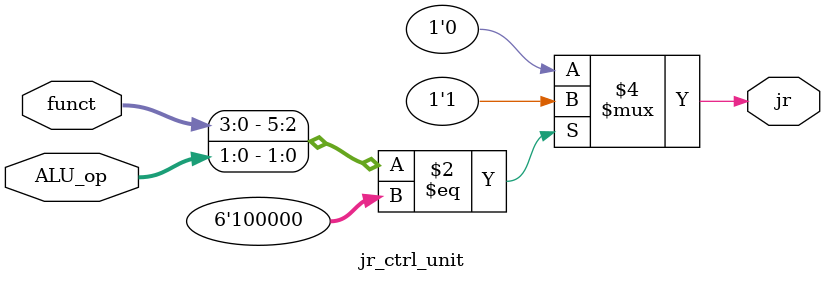
<source format=v>
module jr_ctrl_unit (
	input			[1:0]		ALU_op,
    input   	    [3:0]       funct,

    output  reg	    			jr
);
	// funct == 1000 -> jr instr
	// opcode == 000 -> ALUop == 00
	always @(ALU_op or funct) begin
		if ({funct, ALU_op} == 6'b100000)
			jr = 1'b1;
		else
			jr = 1'b0;
	end

endmodule
</source>
